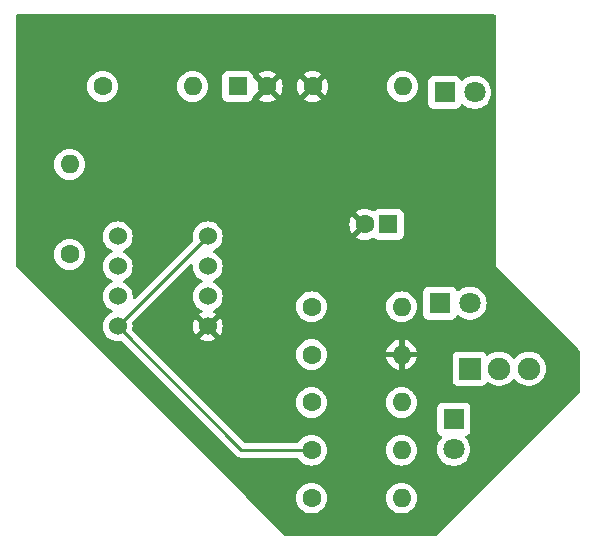
<source format=gbr>
%TF.GenerationSoftware,KiCad,Pcbnew,7.0.2*%
%TF.CreationDate,2023-05-19T20:53:45+09:00*%
%TF.ProjectId,555_practice,3535355f-7072-4616-9374-6963652e6b69,rev?*%
%TF.SameCoordinates,Original*%
%TF.FileFunction,Copper,L2,Bot*%
%TF.FilePolarity,Positive*%
%FSLAX46Y46*%
G04 Gerber Fmt 4.6, Leading zero omitted, Abs format (unit mm)*
G04 Created by KiCad (PCBNEW 7.0.2) date 2023-05-19 20:53:45*
%MOMM*%
%LPD*%
G01*
G04 APERTURE LIST*
%TA.AperFunction,ComponentPad*%
%ADD10R,1.600000X1.600000*%
%TD*%
%TA.AperFunction,ComponentPad*%
%ADD11C,1.600000*%
%TD*%
%TA.AperFunction,ComponentPad*%
%ADD12C,1.524000*%
%TD*%
%TA.AperFunction,ComponentPad*%
%ADD13O,1.600000X1.600000*%
%TD*%
%TA.AperFunction,ComponentPad*%
%ADD14R,1.800000X1.800000*%
%TD*%
%TA.AperFunction,ComponentPad*%
%ADD15C,1.800000*%
%TD*%
%TA.AperFunction,ComponentPad*%
%ADD16R,1.900000X1.900000*%
%TD*%
%TA.AperFunction,ComponentPad*%
%ADD17C,1.900000*%
%TD*%
%TA.AperFunction,Conductor*%
%ADD18C,0.250000*%
%TD*%
G04 APERTURE END LIST*
D10*
%TO.P,C2,1*%
%TO.N,Net-(U1-THRES)*%
X83820000Y-96520000D03*
D11*
%TO.P,C2,2*%
%TO.N,GND*%
X86320000Y-96520000D03*
%TD*%
D12*
%TO.P,U1,1,GND*%
%TO.N,GND*%
X81280000Y-116840000D03*
%TO.P,U1,2,TRIG*%
%TO.N,Net-(U1-THRES)*%
X81280000Y-114300000D03*
%TO.P,U1,3,OUT*%
%TO.N,Net-(U1-OUT)*%
X81280000Y-111760000D03*
%TO.P,U1,4,~RESET*%
%TO.N,VCC*%
X81280000Y-109220000D03*
%TO.P,U1,5,CV*%
%TO.N,unconnected-(U1-CV-Pad5)*%
X73660000Y-109220000D03*
%TO.P,U1,6,THRES*%
%TO.N,Net-(U1-THRES)*%
X73660000Y-111760000D03*
%TO.P,U1,7,DIS*%
%TO.N,Net-(U1-DIS)*%
X73660000Y-114300000D03*
%TO.P,U1,8,VDD*%
%TO.N,VCC*%
X73660000Y-116840000D03*
%TD*%
D11*
%TO.P,R1,1*%
%TO.N,VCC*%
X69596000Y-110744000D03*
D13*
%TO.P,R1,2*%
%TO.N,Net-(U1-DIS)*%
X69596000Y-103124000D03*
%TD*%
D11*
%TO.P,R2,1*%
%TO.N,Net-(U1-DIS)*%
X72390000Y-96520000D03*
D13*
%TO.P,R2,2*%
%TO.N,Net-(U1-THRES)*%
X80010000Y-96520000D03*
%TD*%
D11*
%TO.P,Q1,1,E*%
%TO.N,GND*%
X90170000Y-96520000D03*
D13*
%TO.P,Q1,2,B*%
%TO.N,Net-(Q1-B)*%
X97790000Y-96520000D03*
%TD*%
D11*
%TO.P,R5,1*%
%TO.N,Net-(C1-Pad1)*%
X90076200Y-123273000D03*
D13*
%TO.P,R5,2*%
%TO.N,Net-(Q1-B)*%
X97696200Y-123273000D03*
%TD*%
D11*
%TO.P,R4,1*%
%TO.N,Net-(C1-Pad1)*%
X90076200Y-119223000D03*
D13*
%TO.P,R4,2*%
%TO.N,GND*%
X97696200Y-119223000D03*
%TD*%
D14*
%TO.P,BAT1,1*%
%TO.N,N/C*%
X101341000Y-97028000D03*
D15*
%TO.P,BAT1,2*%
X103881000Y-97028000D03*
%TD*%
D11*
%TO.P,R6,1*%
%TO.N,VCC*%
X90076200Y-127323000D03*
D13*
%TO.P,R6,2*%
%TO.N,Net-(D1-A)*%
X97696200Y-127323000D03*
%TD*%
D10*
%TO.P,C1,1*%
%TO.N,Net-(C1-Pad1)*%
X96580888Y-108204000D03*
D11*
%TO.P,C1,2*%
%TO.N,GND*%
X94580888Y-108204000D03*
%TD*%
%TO.P,R3,1*%
%TO.N,Net-(U1-OUT)*%
X90076200Y-115173000D03*
D13*
%TO.P,R3,2*%
%TO.N,Net-(C1-Pad1)*%
X97696200Y-115173000D03*
%TD*%
D14*
%TO.P,D1,1,K*%
%TO.N,Net-(D1-K)*%
X102108000Y-124709000D03*
D15*
%TO.P,D1,2,A*%
%TO.N,Net-(D1-A)*%
X102108000Y-127249000D03*
%TD*%
D11*
%TO.P,R7,1*%
%TO.N,VCC*%
X90076200Y-131373000D03*
D13*
%TO.P,R7,2*%
%TO.N,Net-(D2-A)*%
X97696200Y-131373000D03*
%TD*%
D14*
%TO.P,D2,1,K*%
%TO.N,Net-(D1-K)*%
X100946200Y-114873000D03*
D15*
%TO.P,D2,2,A*%
%TO.N,Net-(D2-A)*%
X103486200Y-114873000D03*
%TD*%
D16*
%TO.P,S1,1*%
%TO.N,unconnected-(S1-Pad1)*%
X103466200Y-120423000D03*
D17*
%TO.P,S1,2*%
%TO.N,VCC*%
X105966200Y-120423000D03*
%TO.P,S1,3*%
%TO.N,Net-(BAT1-PadNeg)*%
X108466200Y-120423000D03*
%TD*%
D18*
%TO.N,VCC*%
X73660000Y-116840000D02*
X81280000Y-109220000D01*
X84143000Y-127323000D02*
X73660000Y-116840000D01*
X90076200Y-127323000D02*
X84143000Y-127323000D01*
%TD*%
%TA.AperFunction,Conductor*%
%TO.N,GND*%
G36*
X105607039Y-90443685D02*
G01*
X105652794Y-90496489D01*
X105664000Y-90548000D01*
X105664000Y-111760000D01*
X112739680Y-118835680D01*
X112773165Y-118897003D01*
X112775999Y-118923361D01*
X112776000Y-122376638D01*
X112756315Y-122443677D01*
X112739681Y-122464319D01*
X100620319Y-134583681D01*
X100558996Y-134617166D01*
X100532638Y-134620000D01*
X87936070Y-134620000D01*
X87869031Y-134600315D01*
X87848389Y-134583681D01*
X84637708Y-131373000D01*
X88770731Y-131373000D01*
X88790564Y-131599689D01*
X88849461Y-131819497D01*
X88945632Y-132025735D01*
X89076153Y-132212140D01*
X89237059Y-132373046D01*
X89423464Y-132503567D01*
X89423465Y-132503567D01*
X89423466Y-132503568D01*
X89629704Y-132599739D01*
X89849508Y-132658635D01*
X90076200Y-132678468D01*
X90302892Y-132658635D01*
X90522696Y-132599739D01*
X90728934Y-132503568D01*
X90915339Y-132373047D01*
X91076247Y-132212139D01*
X91206768Y-132025734D01*
X91302939Y-131819496D01*
X91361835Y-131599692D01*
X91381668Y-131373000D01*
X96390731Y-131373000D01*
X96410564Y-131599689D01*
X96469461Y-131819497D01*
X96565632Y-132025735D01*
X96696153Y-132212140D01*
X96857059Y-132373046D01*
X97043464Y-132503567D01*
X97043465Y-132503567D01*
X97043466Y-132503568D01*
X97249704Y-132599739D01*
X97469508Y-132658635D01*
X97696200Y-132678468D01*
X97922892Y-132658635D01*
X98142696Y-132599739D01*
X98348934Y-132503568D01*
X98535339Y-132373047D01*
X98696247Y-132212139D01*
X98826768Y-132025734D01*
X98922939Y-131819496D01*
X98981835Y-131599692D01*
X99001668Y-131373000D01*
X98981835Y-131146308D01*
X98922939Y-130926504D01*
X98826768Y-130720266D01*
X98696247Y-130533861D01*
X98696246Y-130533859D01*
X98535340Y-130372953D01*
X98348935Y-130242432D01*
X98142697Y-130146261D01*
X97922889Y-130087364D01*
X97696200Y-130067531D01*
X97469510Y-130087364D01*
X97249702Y-130146261D01*
X97043464Y-130242432D01*
X96857059Y-130372953D01*
X96696153Y-130533859D01*
X96565632Y-130720264D01*
X96469461Y-130926502D01*
X96410564Y-131146310D01*
X96390731Y-131373000D01*
X91381668Y-131373000D01*
X91361835Y-131146308D01*
X91302939Y-130926504D01*
X91206768Y-130720266D01*
X91076247Y-130533861D01*
X91076246Y-130533859D01*
X90915340Y-130372953D01*
X90728935Y-130242432D01*
X90522697Y-130146261D01*
X90302889Y-130087364D01*
X90076199Y-130067531D01*
X89849510Y-130087364D01*
X89629702Y-130146261D01*
X89423464Y-130242432D01*
X89237059Y-130372953D01*
X89076153Y-130533859D01*
X88945632Y-130720264D01*
X88849461Y-130926502D01*
X88790564Y-131146310D01*
X88770731Y-131373000D01*
X84637708Y-131373000D01*
X70104708Y-116840000D01*
X72392676Y-116840000D01*
X72411929Y-117060065D01*
X72469060Y-117273281D01*
X72469106Y-117273450D01*
X72562466Y-117473662D01*
X72689174Y-117654620D01*
X72845380Y-117810826D01*
X73026338Y-117937534D01*
X73226550Y-118030894D01*
X73439932Y-118088070D01*
X73660000Y-118107323D01*
X73880068Y-118088070D01*
X73924019Y-118076293D01*
X73993869Y-118077954D01*
X74043796Y-118108386D01*
X83642197Y-127706787D01*
X83655098Y-127722889D01*
X83657212Y-127724874D01*
X83657214Y-127724877D01*
X83704561Y-127769339D01*
X83706240Y-127770916D01*
X83709036Y-127773626D01*
X83728530Y-127793120D01*
X83731615Y-127795513D01*
X83731701Y-127795580D01*
X83740573Y-127803158D01*
X83772418Y-127833062D01*
X83789974Y-127842714D01*
X83806231Y-127853392D01*
X83822064Y-127865674D01*
X83838185Y-127872649D01*
X83862156Y-127883023D01*
X83872643Y-127888160D01*
X83910908Y-127909197D01*
X83930316Y-127914180D01*
X83948710Y-127920478D01*
X83967105Y-127928438D01*
X84010254Y-127935271D01*
X84021680Y-127937638D01*
X84037222Y-127941629D01*
X84063980Y-127948500D01*
X84063981Y-127948500D01*
X84084016Y-127948500D01*
X84103413Y-127950026D01*
X84123196Y-127953160D01*
X84166674Y-127949050D01*
X84178344Y-127948500D01*
X88862012Y-127948500D01*
X88929051Y-127968185D01*
X88963587Y-128001377D01*
X89076153Y-128162140D01*
X89237059Y-128323046D01*
X89423464Y-128453567D01*
X89423465Y-128453567D01*
X89423466Y-128453568D01*
X89629704Y-128549739D01*
X89849508Y-128608635D01*
X90076200Y-128628468D01*
X90302892Y-128608635D01*
X90522696Y-128549739D01*
X90728934Y-128453568D01*
X90915339Y-128323047D01*
X91076247Y-128162139D01*
X91206768Y-127975734D01*
X91302939Y-127769496D01*
X91361835Y-127549692D01*
X91381668Y-127323000D01*
X96390731Y-127323000D01*
X96410564Y-127549689D01*
X96469461Y-127769497D01*
X96565632Y-127975735D01*
X96696153Y-128162140D01*
X96857059Y-128323046D01*
X97043464Y-128453567D01*
X97043465Y-128453567D01*
X97043466Y-128453568D01*
X97249704Y-128549739D01*
X97469508Y-128608635D01*
X97696200Y-128628468D01*
X97922892Y-128608635D01*
X98142696Y-128549739D01*
X98348934Y-128453568D01*
X98535339Y-128323047D01*
X98696247Y-128162139D01*
X98826768Y-127975734D01*
X98922939Y-127769496D01*
X98981835Y-127549692D01*
X99001668Y-127323000D01*
X98995194Y-127249000D01*
X100702699Y-127249000D01*
X100721865Y-127480299D01*
X100721865Y-127480301D01*
X100721866Y-127480305D01*
X100778843Y-127705300D01*
X100778844Y-127705303D01*
X100841180Y-127847413D01*
X100872076Y-127917849D01*
X100999021Y-128112153D01*
X101156216Y-128282913D01*
X101339374Y-128425470D01*
X101543497Y-128535936D01*
X101583704Y-128549739D01*
X101763015Y-128611297D01*
X101763017Y-128611297D01*
X101763019Y-128611298D01*
X101991951Y-128649500D01*
X101991952Y-128649500D01*
X102224048Y-128649500D01*
X102224049Y-128649500D01*
X102452981Y-128611298D01*
X102672503Y-128535936D01*
X102876626Y-128425470D01*
X103059784Y-128282913D01*
X103216979Y-128112153D01*
X103343924Y-127917849D01*
X103437157Y-127705300D01*
X103494134Y-127480305D01*
X103513300Y-127249000D01*
X103494134Y-127017695D01*
X103437157Y-126792700D01*
X103343924Y-126580151D01*
X103216979Y-126385847D01*
X103122195Y-126282884D01*
X103091275Y-126220232D01*
X103099135Y-126150806D01*
X103143282Y-126096651D01*
X103170091Y-126082723D01*
X103250331Y-126052796D01*
X103365546Y-125966546D01*
X103451796Y-125851331D01*
X103502091Y-125716483D01*
X103508500Y-125656873D01*
X103508499Y-123761128D01*
X103502091Y-123701517D01*
X103451796Y-123566669D01*
X103365546Y-123451454D01*
X103250331Y-123365204D01*
X103115483Y-123314909D01*
X103055873Y-123308500D01*
X103052550Y-123308500D01*
X101163439Y-123308500D01*
X101163420Y-123308500D01*
X101160128Y-123308501D01*
X101156848Y-123308853D01*
X101156840Y-123308854D01*
X101100515Y-123314909D01*
X100965669Y-123365204D01*
X100850454Y-123451454D01*
X100764204Y-123566668D01*
X100713910Y-123701515D01*
X100713909Y-123701517D01*
X100707500Y-123761127D01*
X100707500Y-123764448D01*
X100707500Y-123764449D01*
X100707500Y-125653560D01*
X100707500Y-125653578D01*
X100707501Y-125656872D01*
X100713909Y-125716483D01*
X100764204Y-125851331D01*
X100850454Y-125966546D01*
X100965669Y-126052796D01*
X101045905Y-126082722D01*
X101101839Y-126124593D01*
X101126256Y-126190058D01*
X101111404Y-126258331D01*
X101093802Y-126282887D01*
X100999020Y-126385848D01*
X100872076Y-126580150D01*
X100778844Y-126792696D01*
X100721865Y-127017700D01*
X100702699Y-127249000D01*
X98995194Y-127249000D01*
X98981835Y-127096308D01*
X98922939Y-126876504D01*
X98826768Y-126670266D01*
X98763670Y-126580151D01*
X98696246Y-126483859D01*
X98535340Y-126322953D01*
X98348935Y-126192432D01*
X98142697Y-126096261D01*
X97922889Y-126037364D01*
X97696200Y-126017531D01*
X97469510Y-126037364D01*
X97249702Y-126096261D01*
X97043464Y-126192432D01*
X96857059Y-126322953D01*
X96696153Y-126483859D01*
X96565632Y-126670264D01*
X96469461Y-126876502D01*
X96410564Y-127096310D01*
X96390731Y-127323000D01*
X91381668Y-127323000D01*
X91361835Y-127096308D01*
X91302939Y-126876504D01*
X91206768Y-126670266D01*
X91143670Y-126580151D01*
X91076246Y-126483859D01*
X90915340Y-126322953D01*
X90728935Y-126192432D01*
X90522697Y-126096261D01*
X90302889Y-126037364D01*
X90076200Y-126017531D01*
X89849510Y-126037364D01*
X89629702Y-126096261D01*
X89423464Y-126192432D01*
X89237059Y-126322953D01*
X89076153Y-126483859D01*
X88963587Y-126644623D01*
X88909011Y-126688248D01*
X88862012Y-126697500D01*
X84453452Y-126697500D01*
X84386413Y-126677815D01*
X84365771Y-126661181D01*
X80977590Y-123273000D01*
X88770731Y-123273000D01*
X88790564Y-123499689D01*
X88849461Y-123719497D01*
X88945632Y-123925735D01*
X89076153Y-124112140D01*
X89237059Y-124273046D01*
X89423464Y-124403567D01*
X89423465Y-124403567D01*
X89423466Y-124403568D01*
X89629704Y-124499739D01*
X89849508Y-124558635D01*
X90076200Y-124578468D01*
X90302892Y-124558635D01*
X90522696Y-124499739D01*
X90728934Y-124403568D01*
X90915339Y-124273047D01*
X91076247Y-124112139D01*
X91206768Y-123925734D01*
X91302939Y-123719496D01*
X91361835Y-123499692D01*
X91381668Y-123273000D01*
X96390731Y-123273000D01*
X96410564Y-123499689D01*
X96469461Y-123719497D01*
X96565632Y-123925735D01*
X96696153Y-124112140D01*
X96857059Y-124273046D01*
X97043464Y-124403567D01*
X97043465Y-124403567D01*
X97043466Y-124403568D01*
X97249704Y-124499739D01*
X97469508Y-124558635D01*
X97696200Y-124578468D01*
X97922892Y-124558635D01*
X98142696Y-124499739D01*
X98348934Y-124403568D01*
X98535339Y-124273047D01*
X98696247Y-124112139D01*
X98826768Y-123925734D01*
X98922939Y-123719496D01*
X98981835Y-123499692D01*
X99001668Y-123273000D01*
X98981835Y-123046308D01*
X98922939Y-122826504D01*
X98826768Y-122620266D01*
X98703121Y-122443677D01*
X98696246Y-122433859D01*
X98535340Y-122272953D01*
X98348935Y-122142432D01*
X98142697Y-122046261D01*
X97922889Y-121987364D01*
X97696200Y-121967531D01*
X97469510Y-121987364D01*
X97249702Y-122046261D01*
X97043464Y-122142432D01*
X96857059Y-122272953D01*
X96696153Y-122433859D01*
X96565632Y-122620264D01*
X96469461Y-122826502D01*
X96410564Y-123046310D01*
X96390731Y-123273000D01*
X91381668Y-123273000D01*
X91361835Y-123046308D01*
X91302939Y-122826504D01*
X91206768Y-122620266D01*
X91083121Y-122443677D01*
X91076246Y-122433859D01*
X90915340Y-122272953D01*
X90728935Y-122142432D01*
X90522697Y-122046261D01*
X90302889Y-121987364D01*
X90076200Y-121967531D01*
X89849510Y-121987364D01*
X89629702Y-122046261D01*
X89423464Y-122142432D01*
X89237059Y-122272953D01*
X89076153Y-122433859D01*
X88945632Y-122620264D01*
X88849461Y-122826502D01*
X88790564Y-123046310D01*
X88770731Y-123273000D01*
X80977590Y-123273000D01*
X79122168Y-121417578D01*
X102015700Y-121417578D01*
X102015701Y-121420872D01*
X102016053Y-121424152D01*
X102016054Y-121424159D01*
X102022109Y-121480483D01*
X102072404Y-121615331D01*
X102158654Y-121730546D01*
X102273869Y-121816796D01*
X102408717Y-121867091D01*
X102468327Y-121873500D01*
X104464072Y-121873499D01*
X104523683Y-121867091D01*
X104658531Y-121816796D01*
X104773746Y-121730546D01*
X104859996Y-121615331D01*
X104863182Y-121606787D01*
X104905050Y-121550857D01*
X104970514Y-121526438D01*
X105038787Y-121541288D01*
X105055519Y-121552264D01*
X105170133Y-121641472D01*
X105381544Y-121755882D01*
X105381547Y-121755883D01*
X105558978Y-121816795D01*
X105608903Y-121833934D01*
X105846008Y-121873500D01*
X105846009Y-121873500D01*
X106086391Y-121873500D01*
X106086392Y-121873500D01*
X106323497Y-121833934D01*
X106550856Y-121755882D01*
X106762267Y-121641472D01*
X106951964Y-121493825D01*
X107114771Y-121316969D01*
X107114772Y-121316967D01*
X107121730Y-121309409D01*
X107123554Y-121311088D01*
X107165512Y-121275265D01*
X107234741Y-121265826D01*
X107298084Y-121295314D01*
X107310464Y-121309598D01*
X107310670Y-121309409D01*
X107317627Y-121316967D01*
X107317629Y-121316969D01*
X107480436Y-121493825D01*
X107480439Y-121493827D01*
X107670127Y-121641468D01*
X107670129Y-121641469D01*
X107670133Y-121641472D01*
X107881544Y-121755882D01*
X107881547Y-121755883D01*
X108058978Y-121816795D01*
X108108903Y-121833934D01*
X108346008Y-121873500D01*
X108346009Y-121873500D01*
X108586391Y-121873500D01*
X108586392Y-121873500D01*
X108823497Y-121833934D01*
X109050856Y-121755882D01*
X109262267Y-121641472D01*
X109451964Y-121493825D01*
X109614771Y-121316969D01*
X109746249Y-121115728D01*
X109842810Y-120895591D01*
X109901820Y-120662563D01*
X109921671Y-120423000D01*
X109901820Y-120183437D01*
X109842810Y-119950409D01*
X109746249Y-119730272D01*
X109614771Y-119529031D01*
X109451964Y-119352175D01*
X109376875Y-119293731D01*
X109262272Y-119204531D01*
X109262268Y-119204528D01*
X109262267Y-119204528D01*
X109050856Y-119090118D01*
X109050855Y-119090117D01*
X109050852Y-119090116D01*
X108823499Y-119012066D01*
X108661030Y-118984955D01*
X108586392Y-118972500D01*
X108346008Y-118972500D01*
X108307601Y-118978909D01*
X108108900Y-119012066D01*
X107881547Y-119090116D01*
X107670127Y-119204531D01*
X107480439Y-119352172D01*
X107310670Y-119536590D01*
X107308847Y-119534912D01*
X107266860Y-119570745D01*
X107197629Y-119580167D01*
X107134294Y-119550665D01*
X107121934Y-119536401D01*
X107121730Y-119536590D01*
X107063191Y-119473000D01*
X106951964Y-119352175D01*
X106876875Y-119293731D01*
X106762272Y-119204531D01*
X106762268Y-119204528D01*
X106762267Y-119204528D01*
X106550856Y-119090118D01*
X106550855Y-119090117D01*
X106550852Y-119090116D01*
X106323499Y-119012066D01*
X106161030Y-118984955D01*
X106086392Y-118972500D01*
X105846008Y-118972500D01*
X105807601Y-118978909D01*
X105608900Y-119012066D01*
X105381547Y-119090116D01*
X105170131Y-119204529D01*
X105055525Y-119293731D01*
X104990531Y-119319373D01*
X104921991Y-119305806D01*
X104871666Y-119257338D01*
X104863181Y-119239209D01*
X104859996Y-119230670D01*
X104859996Y-119230669D01*
X104773746Y-119115454D01*
X104658531Y-119029204D01*
X104523683Y-118978909D01*
X104523682Y-118978909D01*
X104467366Y-118972854D01*
X104467365Y-118972853D01*
X104464073Y-118972500D01*
X104460750Y-118972500D01*
X102471639Y-118972500D01*
X102471620Y-118972500D01*
X102468328Y-118972501D01*
X102465048Y-118972853D01*
X102465040Y-118972854D01*
X102408715Y-118978909D01*
X102273869Y-119029204D01*
X102158654Y-119115454D01*
X102072404Y-119230668D01*
X102039320Y-119319373D01*
X102022109Y-119365517D01*
X102015700Y-119425127D01*
X102015700Y-119428448D01*
X102015700Y-119428449D01*
X102015700Y-121417560D01*
X102015700Y-121417578D01*
X79122168Y-121417578D01*
X76927590Y-119222999D01*
X88770731Y-119222999D01*
X88790564Y-119449689D01*
X88849461Y-119669497D01*
X88945632Y-119875735D01*
X89076153Y-120062140D01*
X89237059Y-120223046D01*
X89423464Y-120353567D01*
X89423465Y-120353567D01*
X89423466Y-120353568D01*
X89629704Y-120449739D01*
X89849508Y-120508635D01*
X90000635Y-120521857D01*
X90076199Y-120528468D01*
X90076199Y-120528467D01*
X90076200Y-120528468D01*
X90302892Y-120508635D01*
X90522696Y-120449739D01*
X90728934Y-120353568D01*
X90915339Y-120223047D01*
X91076247Y-120062139D01*
X91206768Y-119875734D01*
X91302939Y-119669496D01*
X91355590Y-119473000D01*
X96417328Y-119473000D01*
X96469933Y-119669326D01*
X96566065Y-119875480D01*
X96696541Y-120061819D01*
X96857380Y-120222658D01*
X97043719Y-120353134D01*
X97249873Y-120449266D01*
X97446199Y-120501871D01*
X97446200Y-120501871D01*
X97446200Y-119538685D01*
X97458155Y-119550641D01*
X97571052Y-119608165D01*
X97664719Y-119623000D01*
X97727681Y-119623000D01*
X97821348Y-119608165D01*
X97934245Y-119550641D01*
X97946200Y-119538685D01*
X97946200Y-120501871D01*
X98142526Y-120449266D01*
X98348680Y-120353134D01*
X98535019Y-120222658D01*
X98695858Y-120061819D01*
X98826334Y-119875480D01*
X98922466Y-119669326D01*
X98975072Y-119473000D01*
X98011886Y-119473000D01*
X98023841Y-119461045D01*
X98081365Y-119348148D01*
X98101186Y-119223000D01*
X98081365Y-119097852D01*
X98023841Y-118984955D01*
X98011886Y-118973000D01*
X98975072Y-118973000D01*
X98975071Y-118972999D01*
X98922466Y-118776673D01*
X98826334Y-118570519D01*
X98695858Y-118384180D01*
X98535019Y-118223341D01*
X98348680Y-118092865D01*
X98142526Y-117996733D01*
X97946200Y-117944126D01*
X97946200Y-118907314D01*
X97934245Y-118895359D01*
X97821348Y-118837835D01*
X97727681Y-118823000D01*
X97664719Y-118823000D01*
X97571052Y-118837835D01*
X97458155Y-118895359D01*
X97446199Y-118907314D01*
X97446199Y-117944127D01*
X97446199Y-117944126D01*
X97249873Y-117996733D01*
X97043719Y-118092865D01*
X96857380Y-118223341D01*
X96696541Y-118384180D01*
X96566065Y-118570519D01*
X96469933Y-118776673D01*
X96417328Y-118972999D01*
X96417328Y-118973000D01*
X97380514Y-118973000D01*
X97368559Y-118984955D01*
X97311035Y-119097852D01*
X97291214Y-119223000D01*
X97311035Y-119348148D01*
X97368559Y-119461045D01*
X97380514Y-119473000D01*
X96417328Y-119473000D01*
X91355590Y-119473000D01*
X91361835Y-119449692D01*
X91381668Y-119223000D01*
X91361835Y-118996308D01*
X91302939Y-118776504D01*
X91206768Y-118570266D01*
X91076471Y-118384180D01*
X91076246Y-118383859D01*
X90915340Y-118222953D01*
X90728935Y-118092432D01*
X90522697Y-117996261D01*
X90302889Y-117937364D01*
X90076199Y-117917531D01*
X89849510Y-117937364D01*
X89629702Y-117996261D01*
X89423464Y-118092432D01*
X89237059Y-118222953D01*
X89076153Y-118383859D01*
X88945632Y-118570264D01*
X88849461Y-118776502D01*
X88790564Y-118996310D01*
X88770731Y-119222999D01*
X76927590Y-119222999D01*
X74928386Y-117223795D01*
X74894901Y-117162472D01*
X74896293Y-117104018D01*
X74908070Y-117060067D01*
X74927323Y-116840000D01*
X74908070Y-116619934D01*
X74908070Y-116619932D01*
X74896292Y-116575976D01*
X74897955Y-116506128D01*
X74928384Y-116456204D01*
X79808985Y-111575603D01*
X79870306Y-111542120D01*
X79939998Y-111547104D01*
X79995931Y-111588976D01*
X80020348Y-111654440D01*
X80020192Y-111674093D01*
X80012676Y-111759999D01*
X80031929Y-111980065D01*
X80045211Y-112029635D01*
X80089106Y-112193450D01*
X80182466Y-112393662D01*
X80309174Y-112574620D01*
X80465380Y-112730826D01*
X80646338Y-112857534D01*
X80765748Y-112913215D01*
X80775189Y-112917618D01*
X80827628Y-112963790D01*
X80846780Y-113030984D01*
X80826564Y-113097865D01*
X80775189Y-113142382D01*
X80646338Y-113202466D01*
X80465379Y-113329174D01*
X80309174Y-113485379D01*
X80182466Y-113666338D01*
X80089106Y-113866548D01*
X80031929Y-114079934D01*
X80012676Y-114300000D01*
X80031929Y-114520065D01*
X80031982Y-114520264D01*
X80089106Y-114733450D01*
X80182466Y-114933662D01*
X80309174Y-115114620D01*
X80465380Y-115270826D01*
X80646338Y-115397534D01*
X80716173Y-115430098D01*
X80775780Y-115457894D01*
X80828219Y-115504066D01*
X80847371Y-115571260D01*
X80827155Y-115638141D01*
X80775780Y-115682658D01*
X80646589Y-115742900D01*
X80581812Y-115788258D01*
X80581811Y-115788258D01*
X81252554Y-116459000D01*
X81248431Y-116459000D01*
X81154579Y-116474661D01*
X81042749Y-116535180D01*
X80956629Y-116628731D01*
X80905552Y-116745177D01*
X80899894Y-116813446D01*
X80228258Y-116141812D01*
X80182900Y-116206589D01*
X80089578Y-116406719D01*
X80032424Y-116620021D01*
X80013178Y-116840000D01*
X80032424Y-117059978D01*
X80089579Y-117273281D01*
X80182898Y-117473406D01*
X80228258Y-117538187D01*
X80895096Y-116871348D01*
X80895051Y-116871898D01*
X80926266Y-116995162D01*
X80995813Y-117101612D01*
X81096157Y-117179713D01*
X81216422Y-117221000D01*
X81252553Y-117221000D01*
X80581812Y-117891740D01*
X80646593Y-117937101D01*
X80846718Y-118030420D01*
X81060021Y-118087575D01*
X81280000Y-118106821D01*
X81499978Y-118087575D01*
X81713281Y-118030420D01*
X81913408Y-117937100D01*
X81978187Y-117891740D01*
X81307448Y-117221000D01*
X81311569Y-117221000D01*
X81405421Y-117205339D01*
X81517251Y-117144820D01*
X81603371Y-117051269D01*
X81654448Y-116934823D01*
X81660105Y-116866552D01*
X82331740Y-117538186D01*
X82377100Y-117473408D01*
X82470420Y-117273281D01*
X82527575Y-117059978D01*
X82546821Y-116840000D01*
X82527575Y-116620021D01*
X82470421Y-116406720D01*
X82377098Y-116206589D01*
X82331740Y-116141811D01*
X81664903Y-116808648D01*
X81664949Y-116808102D01*
X81633734Y-116684838D01*
X81564187Y-116578388D01*
X81463843Y-116500287D01*
X81343578Y-116459000D01*
X81307447Y-116459000D01*
X81978187Y-115788258D01*
X81913406Y-115742898D01*
X81784219Y-115682658D01*
X81731779Y-115636486D01*
X81712627Y-115569293D01*
X81732843Y-115502411D01*
X81784219Y-115457894D01*
X81784811Y-115457618D01*
X81913662Y-115397534D01*
X82094620Y-115270826D01*
X82192446Y-115173000D01*
X88770731Y-115173000D01*
X88790564Y-115399689D01*
X88849461Y-115619497D01*
X88945632Y-115825735D01*
X89076153Y-116012140D01*
X89237059Y-116173046D01*
X89423464Y-116303567D01*
X89423465Y-116303567D01*
X89423466Y-116303568D01*
X89629704Y-116399739D01*
X89849508Y-116458635D01*
X90000636Y-116471857D01*
X90076199Y-116478468D01*
X90076199Y-116478467D01*
X90076200Y-116478468D01*
X90302892Y-116458635D01*
X90522696Y-116399739D01*
X90728934Y-116303568D01*
X90915339Y-116173047D01*
X91076247Y-116012139D01*
X91206768Y-115825734D01*
X91302939Y-115619496D01*
X91361835Y-115399692D01*
X91381668Y-115173000D01*
X91381668Y-115172999D01*
X96390731Y-115172999D01*
X96410564Y-115399689D01*
X96469461Y-115619497D01*
X96565632Y-115825735D01*
X96696153Y-116012140D01*
X96857059Y-116173046D01*
X97043464Y-116303567D01*
X97043465Y-116303567D01*
X97043466Y-116303568D01*
X97249704Y-116399739D01*
X97469508Y-116458635D01*
X97696200Y-116478468D01*
X97922892Y-116458635D01*
X98142696Y-116399739D01*
X98348934Y-116303568D01*
X98535339Y-116173047D01*
X98696247Y-116012139D01*
X98826768Y-115825734D01*
X98830571Y-115817578D01*
X99545700Y-115817578D01*
X99545701Y-115820872D01*
X99546053Y-115824152D01*
X99546054Y-115824159D01*
X99549707Y-115858141D01*
X99552109Y-115880483D01*
X99602404Y-116015331D01*
X99688654Y-116130546D01*
X99803869Y-116216796D01*
X99938717Y-116267091D01*
X99998327Y-116273500D01*
X101894072Y-116273499D01*
X101953683Y-116267091D01*
X102088531Y-116216796D01*
X102203746Y-116130546D01*
X102289996Y-116015331D01*
X102318655Y-115938491D01*
X102360525Y-115882559D01*
X102425989Y-115858141D01*
X102494262Y-115872992D01*
X102526064Y-115897840D01*
X102534416Y-115906913D01*
X102717574Y-116049470D01*
X102921697Y-116159936D01*
X103031457Y-116197616D01*
X103141215Y-116235297D01*
X103141217Y-116235297D01*
X103141219Y-116235298D01*
X103370151Y-116273500D01*
X103370152Y-116273500D01*
X103602248Y-116273500D01*
X103602249Y-116273500D01*
X103831181Y-116235298D01*
X104050703Y-116159936D01*
X104254826Y-116049470D01*
X104437984Y-115906913D01*
X104595179Y-115736153D01*
X104722124Y-115541849D01*
X104815357Y-115329300D01*
X104872334Y-115104305D01*
X104891500Y-114873000D01*
X104872334Y-114641695D01*
X104815357Y-114416700D01*
X104722124Y-114204151D01*
X104595179Y-114009847D01*
X104437984Y-113839087D01*
X104254826Y-113696530D01*
X104050703Y-113586064D01*
X104050699Y-113586062D01*
X104050698Y-113586062D01*
X103831184Y-113510702D01*
X103640656Y-113478909D01*
X103602249Y-113472500D01*
X103370151Y-113472500D01*
X103331744Y-113478909D01*
X103141215Y-113510702D01*
X102921701Y-113586062D01*
X102717572Y-113696531D01*
X102534413Y-113839089D01*
X102526063Y-113848160D01*
X102466175Y-113884148D01*
X102396337Y-113882046D01*
X102338722Y-113842520D01*
X102318655Y-113807510D01*
X102289996Y-113730669D01*
X102203746Y-113615454D01*
X102088531Y-113529204D01*
X101953683Y-113478909D01*
X101894073Y-113472500D01*
X101890750Y-113472500D01*
X100001639Y-113472500D01*
X100001620Y-113472500D01*
X99998328Y-113472501D01*
X99995048Y-113472853D01*
X99995040Y-113472854D01*
X99938715Y-113478909D01*
X99803869Y-113529204D01*
X99688654Y-113615454D01*
X99602404Y-113730668D01*
X99558583Y-113848160D01*
X99552109Y-113865517D01*
X99545700Y-113925127D01*
X99545700Y-113928448D01*
X99545700Y-113928449D01*
X99545700Y-115817560D01*
X99545700Y-115817578D01*
X98830571Y-115817578D01*
X98922939Y-115619496D01*
X98981835Y-115399692D01*
X99001668Y-115173000D01*
X98981835Y-114946308D01*
X98922939Y-114726504D01*
X98826768Y-114520266D01*
X98826630Y-114520068D01*
X98696246Y-114333859D01*
X98535340Y-114172953D01*
X98348935Y-114042432D01*
X98142697Y-113946261D01*
X97922889Y-113887364D01*
X97696199Y-113867531D01*
X97469510Y-113887364D01*
X97249702Y-113946261D01*
X97043464Y-114042432D01*
X96857059Y-114172953D01*
X96696153Y-114333859D01*
X96565632Y-114520264D01*
X96469461Y-114726502D01*
X96410564Y-114946310D01*
X96390731Y-115172999D01*
X91381668Y-115172999D01*
X91361835Y-114946308D01*
X91302939Y-114726504D01*
X91206768Y-114520266D01*
X91206630Y-114520068D01*
X91076246Y-114333859D01*
X90915340Y-114172953D01*
X90728935Y-114042432D01*
X90522697Y-113946261D01*
X90302889Y-113887364D01*
X90076199Y-113867531D01*
X89849510Y-113887364D01*
X89629702Y-113946261D01*
X89423464Y-114042432D01*
X89237059Y-114172953D01*
X89076153Y-114333859D01*
X88945632Y-114520264D01*
X88849461Y-114726502D01*
X88790564Y-114946310D01*
X88770731Y-115173000D01*
X82192446Y-115173000D01*
X82250826Y-115114620D01*
X82377534Y-114933662D01*
X82470894Y-114733450D01*
X82528070Y-114520068D01*
X82547323Y-114300000D01*
X82528070Y-114079932D01*
X82470894Y-113866550D01*
X82377534Y-113666339D01*
X82250826Y-113485380D01*
X82094620Y-113329174D01*
X81913662Y-113202466D01*
X81784811Y-113142382D01*
X81732372Y-113096210D01*
X81713220Y-113029016D01*
X81733436Y-112962135D01*
X81784811Y-112917618D01*
X81790027Y-112915185D01*
X81913662Y-112857534D01*
X82094620Y-112730826D01*
X82250826Y-112574620D01*
X82377534Y-112393662D01*
X82470894Y-112193450D01*
X82528070Y-111980068D01*
X82547323Y-111760000D01*
X82528070Y-111539932D01*
X82470894Y-111326550D01*
X82377534Y-111126339D01*
X82250826Y-110945380D01*
X82094620Y-110789174D01*
X81913662Y-110662466D01*
X81784811Y-110602382D01*
X81732372Y-110556210D01*
X81713220Y-110489016D01*
X81733436Y-110422135D01*
X81784811Y-110377618D01*
X81790027Y-110375185D01*
X81913662Y-110317534D01*
X82094620Y-110190826D01*
X82250826Y-110034620D01*
X82377534Y-109853662D01*
X82470894Y-109653450D01*
X82528070Y-109440068D01*
X82547323Y-109220000D01*
X82528070Y-108999932D01*
X82470894Y-108786550D01*
X82377534Y-108586339D01*
X82250826Y-108405380D01*
X82094620Y-108249174D01*
X82030105Y-108204000D01*
X93275921Y-108204000D01*
X93295746Y-108430602D01*
X93354621Y-108650326D01*
X93450754Y-108856484D01*
X93501860Y-108929471D01*
X93501862Y-108929472D01*
X94182934Y-108248399D01*
X94195723Y-108329148D01*
X94253247Y-108442045D01*
X94342843Y-108531641D01*
X94455740Y-108589165D01*
X94536485Y-108601953D01*
X93855414Y-109283025D01*
X93855414Y-109283026D01*
X93928403Y-109334133D01*
X94134561Y-109430266D01*
X94354285Y-109489141D01*
X94580887Y-109508966D01*
X94807490Y-109489141D01*
X95027214Y-109430266D01*
X95233369Y-109334134D01*
X95246143Y-109325190D01*
X95312349Y-109302862D01*
X95380116Y-109319871D01*
X95416534Y-109352452D01*
X95423342Y-109361546D01*
X95538557Y-109447796D01*
X95673405Y-109498091D01*
X95733015Y-109504500D01*
X97428760Y-109504499D01*
X97488371Y-109498091D01*
X97623219Y-109447796D01*
X97738434Y-109361546D01*
X97824684Y-109246331D01*
X97874979Y-109111483D01*
X97881388Y-109051873D01*
X97881387Y-107356128D01*
X97874979Y-107296517D01*
X97824684Y-107161669D01*
X97738434Y-107046454D01*
X97623219Y-106960204D01*
X97488371Y-106909909D01*
X97428761Y-106903500D01*
X97425438Y-106903500D01*
X95736327Y-106903500D01*
X95736308Y-106903500D01*
X95733016Y-106903501D01*
X95729736Y-106903853D01*
X95729728Y-106903854D01*
X95673403Y-106909909D01*
X95538557Y-106960204D01*
X95423339Y-107046455D01*
X95416533Y-107055548D01*
X95360599Y-107097418D01*
X95290907Y-107102401D01*
X95246146Y-107082811D01*
X95233371Y-107073866D01*
X95027214Y-106977733D01*
X94807490Y-106918858D01*
X94580887Y-106899033D01*
X94354285Y-106918858D01*
X94134560Y-106977733D01*
X93928404Y-107073865D01*
X93855414Y-107124973D01*
X94536487Y-107806046D01*
X94455740Y-107818835D01*
X94342843Y-107876359D01*
X94253247Y-107965955D01*
X94195723Y-108078852D01*
X94182934Y-108159599D01*
X93501861Y-107478526D01*
X93501861Y-107478527D01*
X93450753Y-107551516D01*
X93354621Y-107757672D01*
X93295746Y-107977397D01*
X93275921Y-108204000D01*
X82030105Y-108204000D01*
X81913662Y-108122466D01*
X81900478Y-108116318D01*
X81713451Y-108029106D01*
X81500065Y-107971929D01*
X81280000Y-107952676D01*
X81059934Y-107971929D01*
X80846548Y-108029106D01*
X80646338Y-108122466D01*
X80465379Y-108249174D01*
X80309174Y-108405379D01*
X80182466Y-108586338D01*
X80089106Y-108786548D01*
X80031929Y-108999934D01*
X80012676Y-109219999D01*
X80031929Y-109440064D01*
X80031929Y-109440067D01*
X80031930Y-109440068D01*
X80036832Y-109458364D01*
X80043707Y-109484019D01*
X80042044Y-109553869D01*
X80011613Y-109603794D01*
X75131017Y-114484390D01*
X75069694Y-114517875D01*
X75000002Y-114512891D01*
X74944069Y-114471019D01*
X74919652Y-114405555D01*
X74919808Y-114385902D01*
X74927323Y-114299999D01*
X74908070Y-114079934D01*
X74908070Y-114079932D01*
X74850894Y-113866550D01*
X74757534Y-113666339D01*
X74630826Y-113485380D01*
X74474620Y-113329174D01*
X74293662Y-113202466D01*
X74164811Y-113142382D01*
X74112372Y-113096210D01*
X74093220Y-113029016D01*
X74113436Y-112962135D01*
X74164811Y-112917618D01*
X74170027Y-112915185D01*
X74293662Y-112857534D01*
X74474620Y-112730826D01*
X74630826Y-112574620D01*
X74757534Y-112393662D01*
X74850894Y-112193450D01*
X74908070Y-111980068D01*
X74927323Y-111760000D01*
X74908070Y-111539932D01*
X74850894Y-111326550D01*
X74757534Y-111126339D01*
X74630826Y-110945380D01*
X74474620Y-110789174D01*
X74293662Y-110662466D01*
X74164811Y-110602382D01*
X74112372Y-110556210D01*
X74093220Y-110489016D01*
X74113436Y-110422135D01*
X74164811Y-110377618D01*
X74170027Y-110375185D01*
X74293662Y-110317534D01*
X74474620Y-110190826D01*
X74630826Y-110034620D01*
X74757534Y-109853662D01*
X74850894Y-109653450D01*
X74908070Y-109440068D01*
X74927323Y-109220000D01*
X74908070Y-108999932D01*
X74850894Y-108786550D01*
X74757534Y-108586339D01*
X74630826Y-108405380D01*
X74474620Y-108249174D01*
X74293662Y-108122466D01*
X74280478Y-108116318D01*
X74093451Y-108029106D01*
X73880065Y-107971929D01*
X73659999Y-107952676D01*
X73439934Y-107971929D01*
X73226548Y-108029106D01*
X73026338Y-108122466D01*
X72845379Y-108249174D01*
X72689174Y-108405379D01*
X72562466Y-108586338D01*
X72469106Y-108786548D01*
X72411929Y-108999934D01*
X72392676Y-109220000D01*
X72411929Y-109440065D01*
X72455800Y-109603794D01*
X72469106Y-109653450D01*
X72562466Y-109853662D01*
X72689174Y-110034620D01*
X72845380Y-110190826D01*
X73026338Y-110317534D01*
X73145748Y-110373215D01*
X73155189Y-110377618D01*
X73207628Y-110423790D01*
X73226780Y-110490984D01*
X73206564Y-110557865D01*
X73155189Y-110602382D01*
X73026338Y-110662466D01*
X72845379Y-110789174D01*
X72689174Y-110945379D01*
X72562466Y-111126338D01*
X72469106Y-111326548D01*
X72411929Y-111539934D01*
X72392676Y-111760000D01*
X72411929Y-111980065D01*
X72425211Y-112029635D01*
X72469106Y-112193450D01*
X72562466Y-112393662D01*
X72689174Y-112574620D01*
X72845380Y-112730826D01*
X73026338Y-112857534D01*
X73145748Y-112913215D01*
X73155189Y-112917618D01*
X73207628Y-112963790D01*
X73226780Y-113030984D01*
X73206564Y-113097865D01*
X73155189Y-113142382D01*
X73026338Y-113202466D01*
X72845379Y-113329174D01*
X72689174Y-113485379D01*
X72562466Y-113666338D01*
X72469106Y-113866548D01*
X72411929Y-114079934D01*
X72392676Y-114299999D01*
X72411929Y-114520065D01*
X72411982Y-114520264D01*
X72469106Y-114733450D01*
X72562466Y-114933662D01*
X72689174Y-115114620D01*
X72845380Y-115270826D01*
X73026338Y-115397534D01*
X73145748Y-115453215D01*
X73155189Y-115457618D01*
X73207628Y-115503790D01*
X73226780Y-115570984D01*
X73206564Y-115637865D01*
X73155189Y-115682382D01*
X73026338Y-115742466D01*
X72845379Y-115869174D01*
X72689174Y-116025379D01*
X72562466Y-116206338D01*
X72469106Y-116406548D01*
X72411929Y-116619934D01*
X72392676Y-116840000D01*
X70104708Y-116840000D01*
X65060319Y-111795611D01*
X65026834Y-111734288D01*
X65024000Y-111707930D01*
X65024000Y-110743999D01*
X68290531Y-110743999D01*
X68310364Y-110970689D01*
X68369261Y-111190497D01*
X68465432Y-111396735D01*
X68595953Y-111583140D01*
X68756859Y-111744046D01*
X68943264Y-111874567D01*
X68943265Y-111874567D01*
X68943266Y-111874568D01*
X69149504Y-111970739D01*
X69369308Y-112029635D01*
X69596000Y-112049468D01*
X69822692Y-112029635D01*
X70042496Y-111970739D01*
X70248734Y-111874568D01*
X70435139Y-111744047D01*
X70596047Y-111583139D01*
X70726568Y-111396734D01*
X70822739Y-111190496D01*
X70881635Y-110970692D01*
X70901468Y-110744000D01*
X70881635Y-110517308D01*
X70822739Y-110297504D01*
X70726568Y-110091266D01*
X70686905Y-110034620D01*
X70596046Y-109904859D01*
X70435140Y-109743953D01*
X70248735Y-109613432D01*
X70042497Y-109517261D01*
X69822689Y-109458364D01*
X69596000Y-109438531D01*
X69369310Y-109458364D01*
X69149502Y-109517261D01*
X68943264Y-109613432D01*
X68756859Y-109743953D01*
X68595953Y-109904859D01*
X68465432Y-110091264D01*
X68369261Y-110297502D01*
X68310364Y-110517310D01*
X68290531Y-110743999D01*
X65024000Y-110743999D01*
X65024000Y-103123999D01*
X68290531Y-103123999D01*
X68310364Y-103350689D01*
X68369261Y-103570497D01*
X68465432Y-103776735D01*
X68595953Y-103963140D01*
X68756859Y-104124046D01*
X68943264Y-104254567D01*
X68943265Y-104254567D01*
X68943266Y-104254568D01*
X69149504Y-104350739D01*
X69369308Y-104409635D01*
X69596000Y-104429468D01*
X69822692Y-104409635D01*
X70042496Y-104350739D01*
X70248734Y-104254568D01*
X70435139Y-104124047D01*
X70596047Y-103963139D01*
X70726568Y-103776734D01*
X70822739Y-103570496D01*
X70881635Y-103350692D01*
X70901468Y-103124000D01*
X70881635Y-102897308D01*
X70822739Y-102677504D01*
X70726568Y-102471266D01*
X70596047Y-102284861D01*
X70596046Y-102284859D01*
X70435140Y-102123953D01*
X70248735Y-101993432D01*
X70042497Y-101897261D01*
X69822689Y-101838364D01*
X69596000Y-101818531D01*
X69369310Y-101838364D01*
X69149502Y-101897261D01*
X68943264Y-101993432D01*
X68756859Y-102123953D01*
X68595953Y-102284859D01*
X68465432Y-102471264D01*
X68369261Y-102677502D01*
X68310364Y-102897310D01*
X68290531Y-103123999D01*
X65024000Y-103123999D01*
X65024000Y-97972578D01*
X99940500Y-97972578D01*
X99940501Y-97975872D01*
X99946909Y-98035483D01*
X99997204Y-98170331D01*
X100083454Y-98285546D01*
X100198669Y-98371796D01*
X100333517Y-98422091D01*
X100393127Y-98428500D01*
X102288872Y-98428499D01*
X102348483Y-98422091D01*
X102483331Y-98371796D01*
X102598546Y-98285546D01*
X102684796Y-98170331D01*
X102713455Y-98093491D01*
X102755325Y-98037559D01*
X102820789Y-98013141D01*
X102889062Y-98027992D01*
X102920864Y-98052840D01*
X102929216Y-98061913D01*
X103112374Y-98204470D01*
X103316497Y-98314936D01*
X103426258Y-98352616D01*
X103536015Y-98390297D01*
X103536017Y-98390297D01*
X103536019Y-98390298D01*
X103764951Y-98428500D01*
X103764952Y-98428500D01*
X103997048Y-98428500D01*
X103997049Y-98428500D01*
X104225981Y-98390298D01*
X104445503Y-98314936D01*
X104649626Y-98204470D01*
X104832784Y-98061913D01*
X104989979Y-97891153D01*
X105116924Y-97696849D01*
X105210157Y-97484300D01*
X105267134Y-97259305D01*
X105286300Y-97028000D01*
X105267134Y-96796695D01*
X105210157Y-96571700D01*
X105116924Y-96359151D01*
X104989979Y-96164847D01*
X104832784Y-95994087D01*
X104649626Y-95851530D01*
X104445503Y-95741064D01*
X104445499Y-95741062D01*
X104445498Y-95741062D01*
X104225984Y-95665702D01*
X104035456Y-95633909D01*
X103997049Y-95627500D01*
X103764951Y-95627500D01*
X103726544Y-95633909D01*
X103536015Y-95665702D01*
X103316501Y-95741062D01*
X103112372Y-95851531D01*
X102929213Y-95994089D01*
X102920863Y-96003160D01*
X102860975Y-96039148D01*
X102791137Y-96037046D01*
X102733522Y-95997520D01*
X102713455Y-95962510D01*
X102684796Y-95885669D01*
X102598546Y-95770454D01*
X102483331Y-95684204D01*
X102348483Y-95633909D01*
X102288873Y-95627500D01*
X102285550Y-95627500D01*
X100396439Y-95627500D01*
X100396420Y-95627500D01*
X100393128Y-95627501D01*
X100389848Y-95627853D01*
X100389840Y-95627854D01*
X100333515Y-95633909D01*
X100198669Y-95684204D01*
X100083454Y-95770454D01*
X99997204Y-95885668D01*
X99953383Y-96003160D01*
X99946909Y-96020517D01*
X99940500Y-96080127D01*
X99940500Y-96083448D01*
X99940500Y-96083449D01*
X99940500Y-97972560D01*
X99940500Y-97972578D01*
X65024000Y-97972578D01*
X65024000Y-96520000D01*
X71084531Y-96520000D01*
X71104364Y-96746689D01*
X71163261Y-96966497D01*
X71259432Y-97172735D01*
X71389953Y-97359140D01*
X71550859Y-97520046D01*
X71737264Y-97650567D01*
X71737265Y-97650567D01*
X71737266Y-97650568D01*
X71943504Y-97746739D01*
X72163308Y-97805635D01*
X72314436Y-97818857D01*
X72389999Y-97825468D01*
X72389999Y-97825467D01*
X72390000Y-97825468D01*
X72616692Y-97805635D01*
X72836496Y-97746739D01*
X73042734Y-97650568D01*
X73229139Y-97520047D01*
X73390047Y-97359139D01*
X73520568Y-97172734D01*
X73616739Y-96966496D01*
X73675635Y-96746692D01*
X73695468Y-96520000D01*
X78704531Y-96520000D01*
X78724364Y-96746689D01*
X78783261Y-96966497D01*
X78879432Y-97172735D01*
X79009953Y-97359140D01*
X79170859Y-97520046D01*
X79357264Y-97650567D01*
X79357265Y-97650567D01*
X79357266Y-97650568D01*
X79563504Y-97746739D01*
X79783308Y-97805635D01*
X80010000Y-97825468D01*
X80236692Y-97805635D01*
X80456496Y-97746739D01*
X80662734Y-97650568D01*
X80849139Y-97520047D01*
X81004608Y-97364578D01*
X82519500Y-97364578D01*
X82519501Y-97367872D01*
X82519853Y-97371152D01*
X82519854Y-97371159D01*
X82525909Y-97427483D01*
X82576204Y-97562331D01*
X82662454Y-97677546D01*
X82777669Y-97763796D01*
X82912517Y-97814091D01*
X82972127Y-97820500D01*
X84667872Y-97820499D01*
X84727483Y-97814091D01*
X84862331Y-97763796D01*
X84977546Y-97677546D01*
X85063796Y-97562331D01*
X85114091Y-97427483D01*
X85120500Y-97367873D01*
X85120499Y-97364525D01*
X85120549Y-97363612D01*
X85143791Y-97297721D01*
X85198966Y-97254855D01*
X85237115Y-97249330D01*
X85922046Y-96564399D01*
X85934835Y-96645148D01*
X85992359Y-96758045D01*
X86081955Y-96847641D01*
X86194852Y-96905165D01*
X86275599Y-96917953D01*
X85594526Y-97599025D01*
X85594526Y-97599026D01*
X85667515Y-97650133D01*
X85873673Y-97746266D01*
X86093397Y-97805141D01*
X86320000Y-97824966D01*
X86546602Y-97805141D01*
X86766326Y-97746266D01*
X86972480Y-97650134D01*
X87045472Y-97599025D01*
X86364401Y-96917953D01*
X86445148Y-96905165D01*
X86558045Y-96847641D01*
X86647641Y-96758045D01*
X86705165Y-96645148D01*
X86717953Y-96564400D01*
X87399025Y-97245472D01*
X87450134Y-97172480D01*
X87546266Y-96966326D01*
X87605141Y-96746602D01*
X87624966Y-96520000D01*
X88865033Y-96520000D01*
X88884858Y-96746602D01*
X88943733Y-96966326D01*
X89039866Y-97172484D01*
X89090972Y-97245471D01*
X89090974Y-97245472D01*
X89772046Y-96564399D01*
X89784835Y-96645148D01*
X89842359Y-96758045D01*
X89931955Y-96847641D01*
X90044852Y-96905165D01*
X90125599Y-96917953D01*
X89444526Y-97599025D01*
X89444526Y-97599026D01*
X89517515Y-97650133D01*
X89723673Y-97746266D01*
X89943397Y-97805141D01*
X90169999Y-97824966D01*
X90396602Y-97805141D01*
X90616326Y-97746266D01*
X90822480Y-97650134D01*
X90895472Y-97599025D01*
X90214401Y-96917953D01*
X90295148Y-96905165D01*
X90408045Y-96847641D01*
X90497641Y-96758045D01*
X90555165Y-96645148D01*
X90567953Y-96564400D01*
X91249025Y-97245472D01*
X91300134Y-97172480D01*
X91396266Y-96966326D01*
X91455141Y-96746602D01*
X91474966Y-96520000D01*
X91474966Y-96519999D01*
X96484531Y-96519999D01*
X96504364Y-96746689D01*
X96563261Y-96966497D01*
X96659432Y-97172735D01*
X96789953Y-97359140D01*
X96950859Y-97520046D01*
X97137264Y-97650567D01*
X97137265Y-97650567D01*
X97137266Y-97650568D01*
X97343504Y-97746739D01*
X97563308Y-97805635D01*
X97790000Y-97825468D01*
X98016692Y-97805635D01*
X98236496Y-97746739D01*
X98442734Y-97650568D01*
X98629139Y-97520047D01*
X98790047Y-97359139D01*
X98920568Y-97172734D01*
X99016739Y-96966496D01*
X99075635Y-96746692D01*
X99095468Y-96520000D01*
X99075635Y-96293308D01*
X99016739Y-96073504D01*
X98920568Y-95867266D01*
X98909551Y-95851531D01*
X98790046Y-95680859D01*
X98629140Y-95519953D01*
X98442735Y-95389432D01*
X98236497Y-95293261D01*
X98016689Y-95234364D01*
X97790000Y-95214531D01*
X97563310Y-95234364D01*
X97343502Y-95293261D01*
X97137264Y-95389432D01*
X96950859Y-95519953D01*
X96789953Y-95680859D01*
X96659432Y-95867264D01*
X96563261Y-96073502D01*
X96504364Y-96293310D01*
X96484531Y-96519999D01*
X91474966Y-96519999D01*
X91455141Y-96293397D01*
X91396266Y-96073673D01*
X91300133Y-95867515D01*
X91249025Y-95794526D01*
X90567953Y-96475598D01*
X90555165Y-96394852D01*
X90497641Y-96281955D01*
X90408045Y-96192359D01*
X90295148Y-96134835D01*
X90214400Y-96122046D01*
X90895472Y-95440974D01*
X90895471Y-95440972D01*
X90822484Y-95389866D01*
X90616326Y-95293733D01*
X90396602Y-95234858D01*
X90169999Y-95215033D01*
X89943397Y-95234858D01*
X89723672Y-95293733D01*
X89517516Y-95389865D01*
X89444527Y-95440973D01*
X89444526Y-95440973D01*
X90125600Y-96122046D01*
X90044852Y-96134835D01*
X89931955Y-96192359D01*
X89842359Y-96281955D01*
X89784835Y-96394852D01*
X89772046Y-96475599D01*
X89090973Y-95794526D01*
X89090973Y-95794527D01*
X89039865Y-95867516D01*
X88943733Y-96073672D01*
X88884858Y-96293397D01*
X88865033Y-96520000D01*
X87624966Y-96520000D01*
X87605141Y-96293397D01*
X87546266Y-96073673D01*
X87450133Y-95867515D01*
X87399025Y-95794526D01*
X86717953Y-96475598D01*
X86705165Y-96394852D01*
X86647641Y-96281955D01*
X86558045Y-96192359D01*
X86445148Y-96134835D01*
X86364400Y-96122046D01*
X87045472Y-95440974D01*
X87045471Y-95440972D01*
X86972484Y-95389866D01*
X86766326Y-95293733D01*
X86546602Y-95234858D01*
X86320000Y-95215033D01*
X86093397Y-95234858D01*
X85873672Y-95293733D01*
X85667516Y-95389865D01*
X85594527Y-95440973D01*
X85594526Y-95440973D01*
X86275600Y-96122046D01*
X86194852Y-96134835D01*
X86081955Y-96192359D01*
X85992359Y-96281955D01*
X85934835Y-96394852D01*
X85922046Y-96475599D01*
X85235844Y-95789397D01*
X85186676Y-95779515D01*
X85136494Y-95730899D01*
X85120548Y-95676379D01*
X85120499Y-95675462D01*
X85120499Y-95672128D01*
X85114091Y-95612517D01*
X85063796Y-95477669D01*
X84977546Y-95362454D01*
X84862331Y-95276204D01*
X84727483Y-95225909D01*
X84667873Y-95219500D01*
X84664550Y-95219500D01*
X82975439Y-95219500D01*
X82975420Y-95219500D01*
X82972128Y-95219501D01*
X82968848Y-95219853D01*
X82968840Y-95219854D01*
X82912515Y-95225909D01*
X82777669Y-95276204D01*
X82662454Y-95362454D01*
X82576204Y-95477668D01*
X82525910Y-95612515D01*
X82525909Y-95612517D01*
X82519500Y-95672127D01*
X82519500Y-95675448D01*
X82519500Y-95675449D01*
X82519500Y-97364560D01*
X82519500Y-97364578D01*
X81004608Y-97364578D01*
X81010047Y-97359139D01*
X81140568Y-97172734D01*
X81236739Y-96966496D01*
X81295635Y-96746692D01*
X81315468Y-96520000D01*
X81295635Y-96293308D01*
X81236739Y-96073504D01*
X81140568Y-95867266D01*
X81129551Y-95851531D01*
X81010046Y-95680859D01*
X80849140Y-95519953D01*
X80662735Y-95389432D01*
X80456497Y-95293261D01*
X80236689Y-95234364D01*
X80010000Y-95214531D01*
X79783310Y-95234364D01*
X79563502Y-95293261D01*
X79357264Y-95389432D01*
X79170859Y-95519953D01*
X79009953Y-95680859D01*
X78879432Y-95867264D01*
X78783261Y-96073502D01*
X78724364Y-96293310D01*
X78704531Y-96520000D01*
X73695468Y-96520000D01*
X73675635Y-96293308D01*
X73616739Y-96073504D01*
X73520568Y-95867266D01*
X73509551Y-95851531D01*
X73390046Y-95680859D01*
X73229140Y-95519953D01*
X73042735Y-95389432D01*
X72836497Y-95293261D01*
X72616689Y-95234364D01*
X72390000Y-95214531D01*
X72163310Y-95234364D01*
X71943502Y-95293261D01*
X71737264Y-95389432D01*
X71550859Y-95519953D01*
X71389953Y-95680859D01*
X71259432Y-95867264D01*
X71163261Y-96073502D01*
X71104364Y-96293310D01*
X71084531Y-96520000D01*
X65024000Y-96520000D01*
X65024000Y-90548000D01*
X65043685Y-90480961D01*
X65096489Y-90435206D01*
X65148000Y-90424000D01*
X105540000Y-90424000D01*
X105607039Y-90443685D01*
G37*
%TD.AperFunction*%
%TD*%
M02*

</source>
